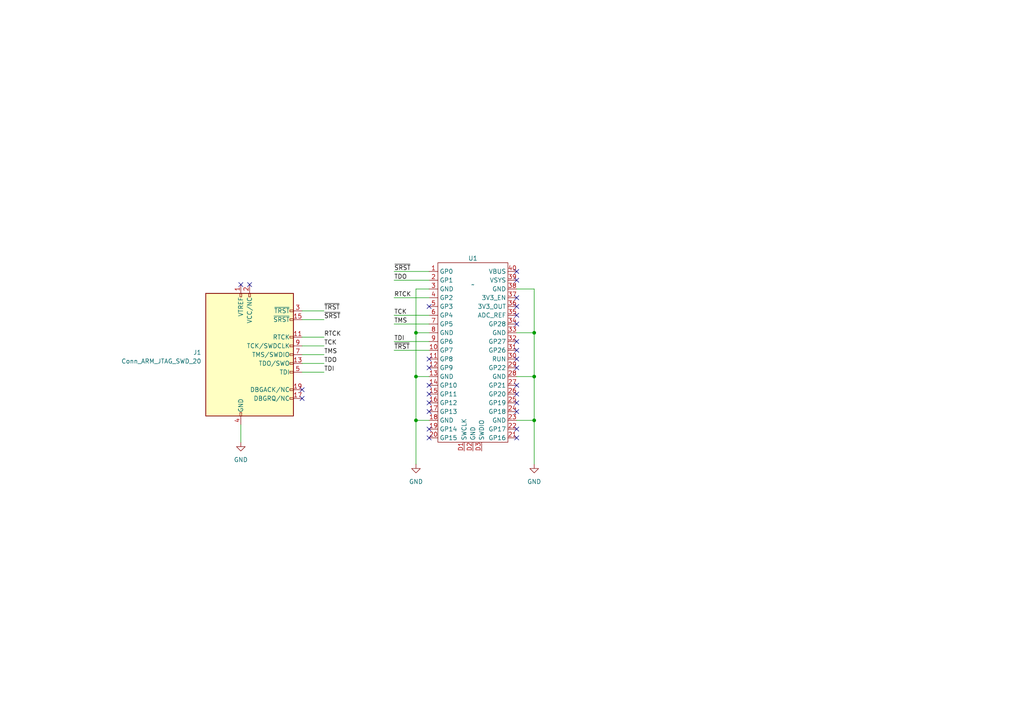
<source format=kicad_sch>
(kicad_sch (version 20230121) (generator eeschema)
  (paper "A4")
  (lib_symbols
    (symbol "Connector:Conn_ARM_JTAG_SWD_20" (pin_names (offset 1.016))
      (property "Reference" "J" (at -5.08 21.59 0))
      (property "Value" "Conn_ARM_JTAG_SWD_20" (at -5.08 19.05 0))
      (symbol "Conn_ARM_JTAG_SWD_20_0_1"
        (rectangle (start -12.7 17.78) (end 12.7 -17.78) (stroke (width 0.254)) (fill (type background)))
        (rectangle (start -2.794 -17.78) (end -2.286 -16.764))
        (rectangle (start -2.794 17.78) (end -2.286 16.764))
        (rectangle (start -0.254 17.78) (end 0.254 16.764))
        (rectangle (start 11.684 2.286) (end 12.7 2.794))
        (rectangle (start 12.7 -12.446) (end 11.684 -12.954))
        (rectangle (start 12.7 -9.906) (end 11.684 -10.414))
        (rectangle (start 12.7 -2.794) (end 11.684 -2.286))
        (rectangle (start 12.7 -0.254) (end 11.684 0.254))
        (rectangle (start 12.7 4.826) (end 11.684 5.334))
        (rectangle (start 12.7 10.414) (end 11.684 9.906))
        (rectangle (start 12.7 12.954) (end 11.684 12.446))
      )
      (symbol "Conn_ARM_JTAG_SWD_20_1_1"
        (rectangle (start 11.684 -5.334) (end 12.7 -4.826))
        (pin power_in line (at -2.54 20.32 270) (length 2.54) (name "VTREF") (number "1"))
        (pin passive line (at -2.54 -20.32 90) (length 2.54) hide (name "GND") (number "10"))
        (pin input line (at 15.24 5.08 180) (length 2.54) (name "RTCK") (number "11"))
        (pin passive line (at -2.54 -20.32 90) (length 2.54) hide (name "GND") (number "12"))
        (pin input line (at 15.24 -2.54 180) (length 2.54) (name "TDO/SWO") (number "13"))
        (pin passive line (at -2.54 -20.32 90) (length 2.54) hide (name "GND") (number "14"))
        (pin bidirectional line (at 15.24 10.16 180) (length 2.54) (name "~{SRST}") (number "15"))
        (pin passive line (at -2.54 -20.32 90) (length 2.54) hide (name "GND") (number "16"))
        (pin output line (at 15.24 -12.7 180) (length 2.54) (name "DBGRQ/NC") (number "17"))
        (pin passive line (at -2.54 -20.32 90) (length 2.54) hide (name "GND") (number "18"))
        (pin input line (at 15.24 -10.16 180) (length 2.54) (name "DBGACK/NC") (number "19"))
        (pin power_in line (at 0 20.32 270) (length 2.54) (name "VCC/NC") (number "2"))
        (pin passive line (at -2.54 -20.32 90) (length 2.54) hide (name "GND") (number "20"))
        (pin output line (at 15.24 12.7 180) (length 2.54) (name "~{TRST}") (number "3"))
        (pin power_in line (at -2.54 -20.32 90) (length 2.54) (name "GND") (number "4"))
        (pin output line (at 15.24 -5.08 180) (length 2.54) (name "TDI") (number "5"))
        (pin passive line (at -2.54 -20.32 90) (length 2.54) hide (name "GND") (number "6"))
        (pin output line (at 15.24 0 180) (length 2.54) (name "TMS/SWDIO") (number "7"))
        (pin passive line (at -2.54 -20.32 90) (length 2.54) hide (name "GND") (number "8"))
        (pin output line (at 15.24 2.54 180) (length 2.54) (name "TCK/SWDCLK") (number "9"))
      )
    )
    (symbol "power:GND" (power) (pin_names (offset 0))
      (property "Value" "GND" (at 0 -3.81 0))
      (symbol "GND_0_1"
        (polyline (pts (xy 0 0) (xy 0 -1.27) (xy 1.27 -1.27) (xy 0 -2.54) (xy -1.27 -1.27) (xy 0 -1.27)))
      )
      (symbol "GND_1_1"
        (pin power_in line (at 0 0 270) (length 0) hide (name "GND") (number "1"))
      )
    )
    (symbol "rpi:Raspberry_Pi_Pico"
      (property "Reference" "U" (at 0 7.62 0))
      (symbol "Raspberry_Pi_Pico_0_1"
        (rectangle (start -10.16 6.35) (end 10.16 -45.72))
      )
      (symbol "Raspberry_Pi_Pico_1_0"
        (pin bidirectional line (at -12.7 -19.05 0) (length 2.54) (name "GP7") (number "10"))
        (pin bidirectional line (at -12.7 -21.59 0) (length 2.54) (name "GP8") (number "11"))
        (pin bidirectional line (at -12.7 -24.13 0) (length 2.54) (name "GP9") (number "12"))
        (pin bidirectional line (at -12.7 -26.67 0) (length 2.54) (name "GND") (number "13"))
        (pin bidirectional line (at -12.7 -29.21 0) (length 2.54) (name "GP10") (number "14"))
        (pin bidirectional line (at -12.7 -31.75 0) (length 2.54) (name "GP11") (number "15"))
        (pin bidirectional line (at -12.7 -34.29 0) (length 2.54) (name "GP12") (number "16"))
        (pin bidirectional line (at -12.7 -36.83 0) (length 2.54) (name "GP13") (number "17"))
        (pin bidirectional line (at -12.7 -39.37 0) (length 2.54) (name "GND") (number "18"))
        (pin bidirectional line (at -12.7 -41.91 0) (length 2.54) (name "GP14") (number "19"))
        (pin bidirectional line (at -12.7 1.27 0) (length 2.54) (name "GP1") (number "2"))
        (pin bidirectional line (at -12.7 -44.45 0) (length 2.54) (name "GP15") (number "20"))
        (pin bidirectional line (at 12.7 -44.45 180) (length 2.54) (name "GP16") (number "21"))
        (pin bidirectional line (at 12.7 -41.91 180) (length 2.54) (name "GP17") (number "22"))
        (pin bidirectional line (at 12.7 -39.37 180) (length 2.54) (name "GND") (number "23"))
        (pin bidirectional line (at 12.7 -36.83 180) (length 2.54) (name "GP18") (number "24"))
        (pin bidirectional line (at 12.7 -34.29 180) (length 2.54) (name "GP19") (number "25"))
        (pin bidirectional line (at 12.7 -31.75 180) (length 2.54) (name "GP20") (number "26"))
        (pin bidirectional line (at 12.7 -29.21 180) (length 2.54) (name "GP21") (number "27"))
        (pin bidirectional line (at 12.7 -26.67 180) (length 2.54) (name "GND") (number "28"))
        (pin bidirectional line (at 12.7 -24.13 180) (length 2.54) (name "GP22") (number "29"))
        (pin bidirectional line (at -12.7 -1.27 0) (length 2.54) (name "GND") (number "3"))
        (pin bidirectional line (at 12.7 -21.59 180) (length 2.54) (name "RUN") (number "30"))
        (pin bidirectional line (at 12.7 -19.05 180) (length 2.54) (name "GP26") (number "31"))
        (pin bidirectional line (at 12.7 -16.51 180) (length 2.54) (name "GP27") (number "32"))
        (pin bidirectional line (at 12.7 -13.97 180) (length 2.54) (name "GND") (number "33"))
        (pin bidirectional line (at 12.7 -11.43 180) (length 2.54) (name "GP28") (number "34"))
        (pin power_in line (at 12.7 -8.89 180) (length 2.54) (name "ADC_REF") (number "35"))
        (pin power_out line (at 12.7 -6.35 180) (length 2.54) (name "3V3_OUT") (number "36"))
        (pin bidirectional line (at 12.7 -3.81 180) (length 2.54) (name "3V3_EN") (number "37"))
        (pin bidirectional line (at 12.7 -1.27 180) (length 2.54) (name "GND") (number "38"))
        (pin power_out line (at 12.7 1.27 180) (length 2.54) (name "VSYS") (number "39"))
        (pin bidirectional line (at -12.7 -3.81 0) (length 2.54) (name "GP2") (number "4"))
        (pin power_out line (at 12.7 3.81 180) (length 2.54) (name "VBUS") (number "40"))
        (pin bidirectional line (at -12.7 -6.35 0) (length 2.54) (name "GP3") (number "5"))
        (pin bidirectional line (at -12.7 -8.89 0) (length 2.54) (name "GP4") (number "6"))
        (pin bidirectional line (at -12.7 -11.43 0) (length 2.54) (name "GP5") (number "7"))
        (pin bidirectional line (at -12.7 -13.97 0) (length 2.54) (name "GND") (number "8"))
        (pin bidirectional line (at -12.7 -16.51 0) (length 2.54) (name "GP6") (number "9"))
        (pin bidirectional line (at -2.54 -48.26 90) (length 2.54) (name "SWCLK") (number "D1"))
        (pin bidirectional line (at 0 -48.26 90) (length 2.54) (name "GND") (number "D2"))
        (pin bidirectional line (at 2.54 -48.26 90) (length 2.54) (name "SWDIO") (number "D3"))
      )
      (symbol "Raspberry_Pi_Pico_1_1"
        (pin bidirectional line (at -12.7 3.81 0) (length 2.54) (name "GP0") (number "1"))
      )
    )
  )
  (junction (at 120.65 96.52))
  (junction (at 120.65 109.22))
  (junction (at 120.65 121.92))
  (junction (at 154.94 121.92))
  (junction (at 154.94 109.22))
  (junction (at 154.94 96.52))
  (no_connect (at 87.63 113.03))
  (no_connect (at 124.46 104.14))
  (no_connect (at 124.46 106.68))
  (no_connect (at 124.46 111.76))
  (no_connect (at 149.86 88.9))
  (no_connect (at 149.86 93.98))
  (no_connect (at 124.46 114.3))
  (no_connect (at 149.86 124.46))
  (no_connect (at 124.46 119.38))
  (no_connect (at 149.86 119.38))
  (no_connect (at 149.86 86.36))
  (no_connect (at 149.86 99.06))
  (no_connect (at 87.63 115.57))
  (no_connect (at 149.86 114.3))
  (no_connect (at 124.46 124.46))
  (no_connect (at 124.46 116.84))
  (no_connect (at 149.86 91.44))
  (no_connect (at 149.86 78.74))
  (no_connect (at 149.86 101.6))
  (no_connect (at 149.86 116.84))
  (no_connect (at 149.86 104.14))
  (no_connect (at 72.39 82.55))
  (no_connect (at 124.46 88.9))
  (no_connect (at 149.86 127))
  (no_connect (at 149.86 106.68))
  (no_connect (at 69.85 82.55))
  (no_connect (at 149.86 111.76))
  (no_connect (at 124.46 127))
  (no_connect (at 149.86 81.28))
  (wire (pts (xy 114.3 93.98) (xy 124.46 93.98)))
  (wire (pts (xy 154.94 121.92) (xy 154.94 134.62)))
  (wire (pts (xy 114.3 101.6) (xy 124.46 101.6)))
  (wire (pts (xy 114.3 99.06) (xy 124.46 99.06)))
  (wire (pts (xy 114.3 91.44) (xy 124.46 91.44)))
  (wire (pts (xy 149.86 121.92) (xy 154.94 121.92)))
  (wire (pts (xy 114.3 81.28) (xy 124.46 81.28)))
  (wire (pts (xy 87.63 97.79) (xy 93.98 97.79)))
  (wire (pts (xy 87.63 107.95) (xy 93.98 107.95)))
  (wire (pts (xy 154.94 96.52) (xy 154.94 109.22)))
  (wire (pts (xy 120.65 121.92) (xy 124.46 121.92)))
  (wire (pts (xy 120.65 83.82) (xy 120.65 96.52)))
  (wire (pts (xy 120.65 109.22) (xy 120.65 121.92)))
  (wire (pts (xy 149.86 96.52) (xy 154.94 96.52)))
  (wire (pts (xy 149.86 109.22) (xy 154.94 109.22)))
  (wire (pts (xy 87.63 102.87) (xy 93.98 102.87)))
  (wire (pts (xy 114.3 78.74) (xy 124.46 78.74)))
  (wire (pts (xy 120.65 96.52) (xy 124.46 96.52)))
  (wire (pts (xy 154.94 109.22) (xy 154.94 121.92)))
  (wire (pts (xy 124.46 83.82) (xy 120.65 83.82)))
  (wire (pts (xy 87.63 100.33) (xy 93.98 100.33)))
  (wire (pts (xy 120.65 96.52) (xy 120.65 109.22)))
  (wire (pts (xy 87.63 90.17) (xy 93.98 90.17)))
  (wire (pts (xy 87.63 105.41) (xy 93.98 105.41)))
  (wire (pts (xy 120.65 121.92) (xy 120.65 134.62)))
  (wire (pts (xy 87.63 92.71) (xy 93.98 92.71)))
  (wire (pts (xy 149.86 83.82) (xy 154.94 83.82)))
  (wire (pts (xy 154.94 83.82) (xy 154.94 96.52)))
  (wire (pts (xy 114.3 86.36) (xy 124.46 86.36)))
  (wire (pts (xy 120.65 109.22) (xy 124.46 109.22)))
  (wire (pts (xy 69.85 123.19) (xy 69.85 128.27)))
  (label "TDI" (at 93.98 107.95 0))
  (label "TMS" (at 114.3 93.98 0))
  (label "TDO" (at 114.3 81.28 0))
  (label "~{TRST}" (at 93.98 90.17 0))
  (label "RTCK" (at 93.98 97.79 0))
  (label "~{SRST}" (at 114.3 78.74 0))
  (label "TDI" (at 114.3 99.06 0))
  (label "TCK" (at 93.98 100.33 0))
  (label "~{SRST}" (at 93.98 92.71 0))
  (label "TCK" (at 114.3 91.44 0))
  (label "TDO" (at 93.98 105.41 0))
  (label "~{TRST}" (at 114.3 101.6 0))
  (label "TMS" (at 93.98 102.87 0))
  (label "RTCK" (at 114.3 86.36 0))
  (symbol (lib_id "rpi:Raspberry_Pi_Pico") (at 137.16 82.55 0) (unit 1)
    (property "Reference" "U1" (at 137.16 74.93 0))
    (property "Value" "~" (at 137.16 82.55 0))
    (property "Footprint" "rpi:Raspebrry Pi Pico" (effects hide))
  )
  (symbol (lib_id "Connector:Conn_ARM_JTAG_SWD_20") (at 72.39 102.87 0) (unit 1)
    (property "Reference" "J1" (at 58.42 102.235 0) (effects (justify right)))
    (property "Value" "Conn_ARM_JTAG_SWD_20" (at 58.42 104.775 0) (effects (justify right)))
    (property "Datasheet" "http://infocenter.arm.com/help/topic/com.arm.doc.dui0499b/DUI0499B_system_design_reference.pdf" (effects hide))
  )
  (symbol (lib_id "power:GND") (at 154.94 134.62 0) (unit 1)
    (property "Reference" "#PWR02" (effects hide))
    (property "Value" "GND" (at 154.94 139.7 0))
  )
  (symbol (lib_id "power:GND") (at 120.65 134.62 0) (unit 1)
    (property "Reference" "#PWR01" (effects hide))
    (property "Value" "GND" (at 120.65 139.7 0))
  )
  (symbol (lib_id "power:GND") (at 69.85 128.27 0) (unit 1)
    (property "Reference" "#PWR03" (effects hide))
    (property "Value" "GND" (at 69.85 133.35 0))
  )
)
</source>
